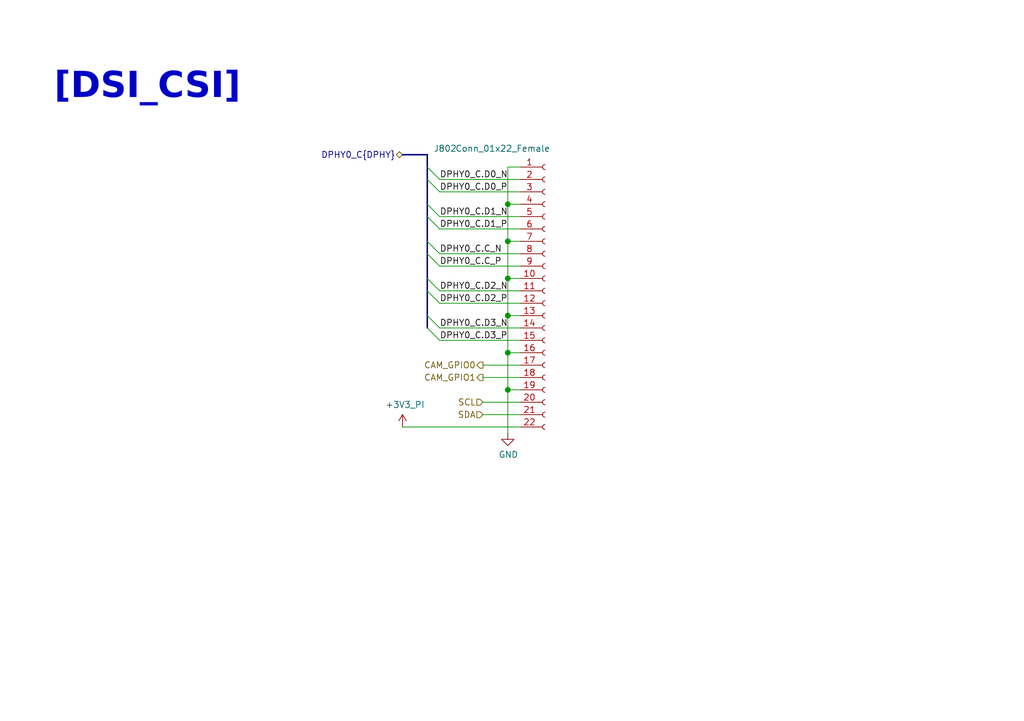
<source format=kicad_sch>
(kicad_sch (version 20250114) (generator "eeschema") (generator_version "9.0")
  (paper "A5")
  (title_block (title "CM5 MINIMA") (date "2025-06-04") (rev "3.1") (company "Pierluigi Colangeli"))
  (lib_symbols
    (symbol "Connector:Conn_01x22_Socket" (pin_names (offset 1.016) (hide yes))
      (property "Reference" "J" (at 0 27.94 0))
      (property "Value" "Conn_01x22_Socket" (at 0 -30.48 0))
      (symbol "Conn_01x22_Socket_1_1"
        (polyline (pts (xy -1.27 25.4) (xy -0.508 25.4)) (stroke (width 0.1524)))
        (polyline (pts (xy -1.27 22.86) (xy -0.508 22.86)) (stroke (width 0.1524)))
        (polyline (pts (xy -1.27 20.32) (xy -0.508 20.32)) (stroke (width 0.1524)))
        (polyline (pts (xy -1.27 17.78) (xy -0.508 17.78)) (stroke (width 0.1524)))
        (polyline (pts (xy -1.27 15.24) (xy -0.508 15.24)) (stroke (width 0.1524)))
        (polyline (pts (xy -1.27 12.7) (xy -0.508 12.7)) (stroke (width 0.1524)))
        (polyline (pts (xy -1.27 10.16) (xy -0.508 10.16)) (stroke (width 0.1524)))
        (polyline (pts (xy -1.27 7.62) (xy -0.508 7.62)) (stroke (width 0.1524)))
        (polyline (pts (xy -1.27 5.08) (xy -0.508 5.08)) (stroke (width 0.1524)))
        (polyline (pts (xy -1.27 2.54) (xy -0.508 2.54)) (stroke (width 0.1524)))
        (polyline (pts (xy -1.27 0) (xy -0.508 0)) (stroke (width 0.1524)))
        (polyline (pts (xy -1.27 -2.54) (xy -0.508 -2.54)) (stroke (width 0.1524)))
        (polyline (pts (xy -1.27 -5.08) (xy -0.508 -5.08)) (stroke (width 0.1524)))
        (polyline (pts (xy -1.27 -7.62) (xy -0.508 -7.62)) (stroke (width 0.1524)))
        (polyline (pts (xy -1.27 -10.16) (xy -0.508 -10.16)) (stroke (width 0.1524)))
        (polyline (pts (xy -1.27 -12.7) (xy -0.508 -12.7)) (stroke (width 0.1524)))
        (polyline (pts (xy -1.27 -15.24) (xy -0.508 -15.24)) (stroke (width 0.1524)))
        (polyline (pts (xy -1.27 -17.78) (xy -0.508 -17.78)) (stroke (width 0.1524)))
        (polyline (pts (xy -1.27 -20.32) (xy -0.508 -20.32)) (stroke (width 0.1524)))
        (polyline (pts (xy -1.27 -22.86) (xy -0.508 -22.86)) (stroke (width 0.1524)))
        (polyline (pts (xy -1.27 -25.4) (xy -0.508 -25.4)) (stroke (width 0.1524)))
        (polyline (pts (xy -1.27 -27.94) (xy -0.508 -27.94)) (stroke (width 0.1524)))
        (arc (start 0 24.892) (mid -0.5058 25.4) (end 0 25.908) (stroke (width 0.1524)))
        (arc (start 0 22.352) (mid -0.5058 22.86) (end 0 23.368) (stroke (width 0.1524)))
        (arc (start 0 19.812) (mid -0.5058 20.32) (end 0 20.828) (stroke (width 0.1524)))
        (arc (start 0 17.272) (mid -0.5058 17.78) (end 0 18.288) (stroke (width 0.1524)))
        (arc (start 0 14.732) (mid -0.5058 15.24) (end 0 15.748) (stroke (width 0.1524)))
        (arc (start 0 12.192) (mid -0.5058 12.7) (end 0 13.208) (stroke (width 0.1524)))
        (arc (start 0 9.652) (mid -0.5058 10.16) (end 0 10.668) (stroke (width 0.1524)))
        (arc (start 0 7.112) (mid -0.5058 7.62) (end 0 8.128) (stroke (width 0.1524)))
        (arc (start 0 4.572) (mid -0.5058 5.08) (end 0 5.588) (stroke (width 0.1524)))
        (arc (start 0 2.032) (mid -0.5058 2.54) (end 0 3.048) (stroke (width 0.1524)))
        (arc (start 0 -0.508) (mid -0.5058 0) (end 0 0.508) (stroke (width 0.1524)))
        (arc (start 0 -3.048) (mid -0.5058 -2.54) (end 0 -2.032) (stroke (width 0.1524)))
        (arc (start 0 -5.588) (mid -0.5058 -5.08) (end 0 -4.572) (stroke (width 0.1524)))
        (arc (start 0 -8.128) (mid -0.5058 -7.62) (end 0 -7.112) (stroke (width 0.1524)))
        (arc (start 0 -10.668) (mid -0.5058 -10.16) (end 0 -9.652) (stroke (width 0.1524)))
        (arc (start 0 -13.208) (mid -0.5058 -12.7) (end 0 -12.192) (stroke (width 0.1524)))
        (arc (start 0 -15.748) (mid -0.5058 -15.24) (end 0 -14.732) (stroke (width 0.1524)))
        (arc (start 0 -18.288) (mid -0.5058 -17.78) (end 0 -17.272) (stroke (width 0.1524)))
        (arc (start 0 -20.828) (mid -0.5058 -20.32) (end 0 -19.812) (stroke (width 0.1524)))
        (arc (start 0 -23.368) (mid -0.5058 -22.86) (end 0 -22.352) (stroke (width 0.1524)))
        (arc (start 0 -25.908) (mid -0.5058 -25.4) (end 0 -24.892) (stroke (width 0.1524)))
        (arc (start 0 -28.448) (mid -0.5058 -27.94) (end 0 -27.432) (stroke (width 0.1524)))
        (pin passive line (at -5.08 25.4 0) (length 3.81) (name "Pin_1") (number "1"))
        (pin passive line (at -5.08 22.86 0) (length 3.81) (name "Pin_2") (number "2"))
        (pin passive line (at -5.08 20.32 0) (length 3.81) (name "Pin_3") (number "3"))
        (pin passive line (at -5.08 17.78 0) (length 3.81) (name "Pin_4") (number "4"))
        (pin passive line (at -5.08 15.24 0) (length 3.81) (name "Pin_5") (number "5"))
        (pin passive line (at -5.08 12.7 0) (length 3.81) (name "Pin_6") (number "6"))
        (pin passive line (at -5.08 10.16 0) (length 3.81) (name "Pin_7") (number "7"))
        (pin passive line (at -5.08 7.62 0) (length 3.81) (name "Pin_8") (number "8"))
        (pin passive line (at -5.08 5.08 0) (length 3.81) (name "Pin_9") (number "9"))
        (pin passive line (at -5.08 2.54 0) (length 3.81) (name "Pin_10") (number "10"))
        (pin passive line (at -5.08 0 0) (length 3.81) (name "Pin_11") (number "11"))
        (pin passive line (at -5.08 -2.54 0) (length 3.81) (name "Pin_12") (number "12"))
        (pin passive line (at -5.08 -5.08 0) (length 3.81) (name "Pin_13") (number "13"))
        (pin passive line (at -5.08 -7.62 0) (length 3.81) (name "Pin_14") (number "14"))
        (pin passive line (at -5.08 -10.16 0) (length 3.81) (name "Pin_15") (number "15"))
        (pin passive line (at -5.08 -12.7 0) (length 3.81) (name "Pin_16") (number "16"))
        (pin passive line (at -5.08 -15.24 0) (length 3.81) (name "Pin_17") (number "17"))
        (pin passive line (at -5.08 -17.78 0) (length 3.81) (name "Pin_18") (number "18"))
        (pin passive line (at -5.08 -20.32 0) (length 3.81) (name "Pin_19") (number "19"))
        (pin passive line (at -5.08 -22.86 0) (length 3.81) (name "Pin_20") (number "20"))
        (pin passive line (at -5.08 -25.4 0) (length 3.81) (name "Pin_21") (number "21"))
        (pin passive line (at -5.08 -27.94 0) (length 3.81) (name "Pin_22") (number "22"))
      )
    )
    (symbol "power:+3V3" (power) (pin_numbers (hide yes)) (pin_names (offset 0) (hide yes))
      (property "Value" "+3V3" (at 0 3.556 0))
      (symbol "+3V3_0_1"
        (polyline (pts (xy -0.762 1.27) (xy 0 2.54)))
        (polyline (pts (xy 0 2.54) (xy 0.762 1.27)))
        (polyline (pts (xy 0 0) (xy 0 2.54)))
      )
      (symbol "+3V3_1_1"
        (pin power_in line (at 0 0 90) (length 0) (name "~") (number "1"))
      )
    )
    (symbol "power:GND" (power) (pin_numbers (hide yes)) (pin_names (offset 0) (hide yes))
      (property "Value" "GND" (at 0 -3.81 0))
      (symbol "GND_0_1"
        (polyline (pts (xy 0 0) (xy 0 -1.27) (xy 1.27 -1.27) (xy 0 -2.54) (xy -1.27 -1.27) (xy 0 -1.27)))
      )
      (symbol "GND_1_1"
        (pin power_in line (at 0 0 270) (length 0) (name "~") (number "1"))
      )
    )
  )
  (text "[DSI_CSI]" (at 30.226 19.304 0) (effects (font (size 5.27 5.27) (bold yes))))
  (junction (at 104.14 64.77) (diameter 1.016))
  (junction (at 104.14 49.53) (diameter 1.016))
  (junction (at 104.14 72.39) (diameter 1.016))
  (junction (at 104.14 41.91) (diameter 1.016))
  (junction (at 104.14 57.15) (diameter 1.016))
  (junction (at 104.14 80.01) (diameter 1.016))
  (bus_entry (at 87.63 57.15) (size 2.54 2.54))
  (bus_entry (at 87.63 36.83) (size 2.54 2.54))
  (bus_entry (at 87.63 41.91) (size 2.54 2.54))
  (bus_entry (at 87.63 67.31) (size 2.54 2.54))
  (bus_entry (at 87.63 64.77) (size 2.54 2.54))
  (bus_entry (at 87.63 52.07) (size 2.54 2.54))
  (bus_entry (at 87.63 44.45) (size 2.54 2.54))
  (bus_entry (at 87.63 59.69) (size 2.54 2.54))
  (bus_entry (at 87.63 49.53) (size 2.54 2.54))
  (bus_entry (at 87.63 34.29) (size 2.54 2.54))
  (wire (pts (xy 104.14 49.53) (xy 104.14 57.15)))
  (wire (pts (xy 90.17 46.99) (xy 106.68 46.99)))
  (wire (pts (xy 90.17 39.37) (xy 106.68 39.37)))
  (bus (pts (xy 87.63 41.91) (xy 87.63 36.83)))
  (wire (pts (xy 104.14 57.15) (xy 104.14 64.77)))
  (bus (pts (xy 82.55 31.75) (xy 87.63 31.75)))
  (wire (pts (xy 99.06 74.93) (xy 106.68 74.93)))
  (bus (pts (xy 87.63 36.83) (xy 87.63 34.29)))
  (bus (pts (xy 87.63 52.07) (xy 87.63 49.53)))
  (wire (pts (xy 104.14 72.39) (xy 104.14 80.01)))
  (bus (pts (xy 87.63 34.29) (xy 87.63 31.75)))
  (wire (pts (xy 99.06 77.47) (xy 106.68 77.47)))
  (wire (pts (xy 104.14 41.91) (xy 106.68 41.91)))
  (wire (pts (xy 104.14 64.77) (xy 104.14 72.39)))
  (wire (pts (xy 90.17 54.61) (xy 106.68 54.61)))
  (bus (pts (xy 87.63 59.69) (xy 87.63 57.15)))
  (wire (pts (xy 90.17 52.07) (xy 106.68 52.07)))
  (wire (pts (xy 106.68 87.63) (xy 82.55 87.63)))
  (wire (pts (xy 90.17 67.31) (xy 106.68 67.31)))
  (wire (pts (xy 104.14 57.15) (xy 106.68 57.15)))
  (wire (pts (xy 104.14 34.29) (xy 104.14 41.91)))
  (bus (pts (xy 87.63 44.45) (xy 87.63 41.91)))
  (bus (pts (xy 87.63 57.15) (xy 87.63 52.07)))
  (bus (pts (xy 87.63 67.31) (xy 87.63 64.77)))
  (wire (pts (xy 90.17 69.85) (xy 106.68 69.85)))
  (wire (pts (xy 104.14 80.01) (xy 106.68 80.01)))
  (wire (pts (xy 90.17 59.69) (xy 106.68 59.69)))
  (bus (pts (xy 87.63 49.53) (xy 87.63 44.45)))
  (wire (pts (xy 106.68 82.55) (xy 99.06 82.55)))
  (wire (pts (xy 104.14 64.77) (xy 106.68 64.77)))
  (wire (pts (xy 104.14 80.01) (xy 104.14 88.9)))
  (wire (pts (xy 104.14 72.39) (xy 106.68 72.39)))
  (wire (pts (xy 90.17 62.23) (xy 106.68 62.23)))
  (wire (pts (xy 90.17 36.83) (xy 106.68 36.83)))
  (wire (pts (xy 106.68 34.29) (xy 104.14 34.29)))
  (bus (pts (xy 87.63 64.77) (xy 87.63 59.69)))
  (wire (pts (xy 90.17 44.45) (xy 106.68 44.45)))
  (wire (pts (xy 104.14 49.53) (xy 106.68 49.53)))
  (wire (pts (xy 106.68 85.09) (xy 99.06 85.09)))
  (wire (pts (xy 104.14 41.91) (xy 104.14 49.53)))
  (label "DPHY0_C.D1_N" (at 90.17 44.45 0))
  (label "DPHY0_C.D0_P" (at 90.17 39.37 0))
  (label "DPHY0_C.C_P" (at 90.17 54.61 0))
  (label "DPHY0_C.D3_N" (at 90.17 67.31 0))
  (label "DPHY0_C.D1_P" (at 90.17 46.99 0))
  (label "DPHY0_C.D2_P" (at 90.17 62.23 0))
  (label "DPHY0_C.C_N" (at 90.17 52.07 0))
  (label "DPHY0_C.D0_N" (at 90.17 36.83 0))
  (label "DPHY0_C.D3_P" (at 90.17 69.85 0))
  (label "DPHY0_C.D2_N" (at 90.17 59.69 0))
  (hierarchical_label "SDA" (shape input) (at 99.06 85.09 180))
  (hierarchical_label "CAM_GPIO1" (shape output) (at 99.06 77.47 180))
  (hierarchical_label "CAM_GPIO0" (shape output) (at 99.06 74.93 180))
  (hierarchical_label "SCL" (shape input) (at 99.06 82.55 180))
  (hierarchical_label "DPHY0_C{DPHY}" (shape bidirectional) (at 82.55 31.75 180))
  (symbol (lib_id "power:+3V3") (at 82.55 87.63 0) (unit 1)
    (property "Reference" "#PWR0801" (effects (hide yes)))
    (property "Value" "+3V3_PI" (at 78.994 83.058 0) (effects (justify left)))
    (property "Description" "Power symbol creates a global label with name \"+3V3\"" (effects (hide yes)))
  )
  (symbol (lib_id "power:GND") (at 104.14 88.9 0) (unit 1)
    (property "Reference" "#PWR0802" (effects (hide yes)))
    (property "Value" "GND" (at 104.267 93.2942 0))
    (property "Description" "Power symbol creates a global label with name \"GND\" , ground" (effects (hide yes)))
  )
  (symbol (lib_id "Connector:Conn_01x22_Socket") (at 111.76 59.69 0) (unit 1)
    (property "Reference" "J802" (at 88.9 30.48 0) (effects (justify left)))
    (property "Value" "Conn_01x22_Female" (at 93.345 30.48 0) (effects (justify left)))
    (property "Footprint" "CM5IO:Hirose_FH12-22S-0.5SH_1x22-1MP_P0.50mm_Horizontal" (effects (hide yes)))
    (property "Datasheet" "https://www.hirose.com/product/document?clcode=&productname=&series=FH12&documenttype=Catalog&lang=en&documentid=D31648_en" (effects (hide yes)))
    (property "Field4" "Mouser" (effects (hide yes)))
    (property "Field5" "798-FH12-22S-0.5SH55" (effects (hide yes)))
    (property "Field6" "FH12-22S-0.5SH55" (effects (hide yes)))
    (property "Field7" "Hirose" (effects (hide yes)))
    (property "Part Description" "22 Position FFC, FPC Connector Contacts, Bottom 0.020\" (0.50mm) Surface Mount, Right Angle" (effects (hide yes)))
  )
)
</source>
